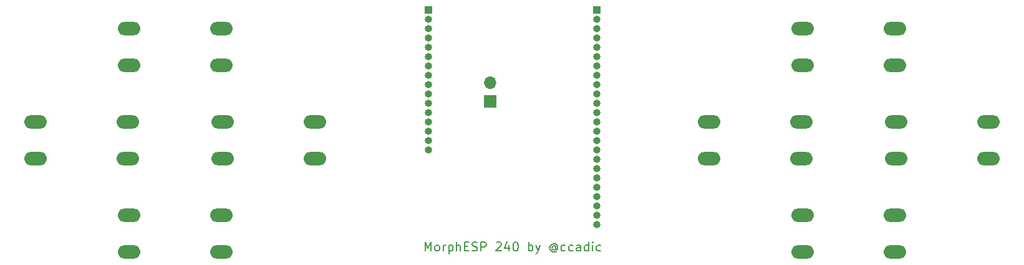
<source format=gbr>
%TF.GenerationSoftware,KiCad,Pcbnew,(5.1.8)-1*%
%TF.CreationDate,2020-11-24T01:58:45+03:00*%
%TF.ProjectId,mesp240_gamepadshield,6d657370-3234-4305-9f67-616d65706164,rev?*%
%TF.SameCoordinates,Original*%
%TF.FileFunction,Soldermask,Top*%
%TF.FilePolarity,Negative*%
%FSLAX46Y46*%
G04 Gerber Fmt 4.6, Leading zero omitted, Abs format (unit mm)*
G04 Created by KiCad (PCBNEW (5.1.8)-1) date 2020-11-24 01:58:45*
%MOMM*%
%LPD*%
G01*
G04 APERTURE LIST*
%ADD10C,0.200000*%
%ADD11O,3.048000X1.850000*%
%ADD12O,1.700000X1.700000*%
%ADD13R,1.700000X1.700000*%
%ADD14O,1.000000X1.000000*%
%ADD15R,1.000000X1.000000*%
G04 APERTURE END LIST*
D10*
X129084285Y-121700857D02*
X129084285Y-120500857D01*
X129484285Y-121358000D01*
X129884285Y-120500857D01*
X129884285Y-121700857D01*
X130627142Y-121700857D02*
X130512857Y-121643714D01*
X130455714Y-121586571D01*
X130398571Y-121472285D01*
X130398571Y-121129428D01*
X130455714Y-121015142D01*
X130512857Y-120958000D01*
X130627142Y-120900857D01*
X130798571Y-120900857D01*
X130912857Y-120958000D01*
X130970000Y-121015142D01*
X131027142Y-121129428D01*
X131027142Y-121472285D01*
X130970000Y-121586571D01*
X130912857Y-121643714D01*
X130798571Y-121700857D01*
X130627142Y-121700857D01*
X131541428Y-121700857D02*
X131541428Y-120900857D01*
X131541428Y-121129428D02*
X131598571Y-121015142D01*
X131655714Y-120958000D01*
X131770000Y-120900857D01*
X131884285Y-120900857D01*
X132284285Y-120900857D02*
X132284285Y-122100857D01*
X132284285Y-120958000D02*
X132398571Y-120900857D01*
X132627142Y-120900857D01*
X132741428Y-120958000D01*
X132798571Y-121015142D01*
X132855714Y-121129428D01*
X132855714Y-121472285D01*
X132798571Y-121586571D01*
X132741428Y-121643714D01*
X132627142Y-121700857D01*
X132398571Y-121700857D01*
X132284285Y-121643714D01*
X133370000Y-121700857D02*
X133370000Y-120500857D01*
X133884285Y-121700857D02*
X133884285Y-121072285D01*
X133827142Y-120958000D01*
X133712857Y-120900857D01*
X133541428Y-120900857D01*
X133427142Y-120958000D01*
X133370000Y-121015142D01*
X134455714Y-121072285D02*
X134855714Y-121072285D01*
X135027142Y-121700857D02*
X134455714Y-121700857D01*
X134455714Y-120500857D01*
X135027142Y-120500857D01*
X135484285Y-121643714D02*
X135655714Y-121700857D01*
X135941428Y-121700857D01*
X136055714Y-121643714D01*
X136112857Y-121586571D01*
X136170000Y-121472285D01*
X136170000Y-121358000D01*
X136112857Y-121243714D01*
X136055714Y-121186571D01*
X135941428Y-121129428D01*
X135712857Y-121072285D01*
X135598571Y-121015142D01*
X135541428Y-120958000D01*
X135484285Y-120843714D01*
X135484285Y-120729428D01*
X135541428Y-120615142D01*
X135598571Y-120558000D01*
X135712857Y-120500857D01*
X135998571Y-120500857D01*
X136170000Y-120558000D01*
X136684285Y-121700857D02*
X136684285Y-120500857D01*
X137141428Y-120500857D01*
X137255714Y-120558000D01*
X137312857Y-120615142D01*
X137370000Y-120729428D01*
X137370000Y-120900857D01*
X137312857Y-121015142D01*
X137255714Y-121072285D01*
X137141428Y-121129428D01*
X136684285Y-121129428D01*
X138741428Y-120615142D02*
X138798571Y-120558000D01*
X138912857Y-120500857D01*
X139198571Y-120500857D01*
X139312857Y-120558000D01*
X139370000Y-120615142D01*
X139427142Y-120729428D01*
X139427142Y-120843714D01*
X139370000Y-121015142D01*
X138684285Y-121700857D01*
X139427142Y-121700857D01*
X140455714Y-120900857D02*
X140455714Y-121700857D01*
X140170000Y-120443714D02*
X139884285Y-121300857D01*
X140627142Y-121300857D01*
X141312857Y-120500857D02*
X141427142Y-120500857D01*
X141541428Y-120558000D01*
X141598571Y-120615142D01*
X141655714Y-120729428D01*
X141712857Y-120958000D01*
X141712857Y-121243714D01*
X141655714Y-121472285D01*
X141598571Y-121586571D01*
X141541428Y-121643714D01*
X141427142Y-121700857D01*
X141312857Y-121700857D01*
X141198571Y-121643714D01*
X141141428Y-121586571D01*
X141084285Y-121472285D01*
X141027142Y-121243714D01*
X141027142Y-120958000D01*
X141084285Y-120729428D01*
X141141428Y-120615142D01*
X141198571Y-120558000D01*
X141312857Y-120500857D01*
X143141428Y-121700857D02*
X143141428Y-120500857D01*
X143141428Y-120958000D02*
X143255714Y-120900857D01*
X143484285Y-120900857D01*
X143598571Y-120958000D01*
X143655714Y-121015142D01*
X143712857Y-121129428D01*
X143712857Y-121472285D01*
X143655714Y-121586571D01*
X143598571Y-121643714D01*
X143484285Y-121700857D01*
X143255714Y-121700857D01*
X143141428Y-121643714D01*
X144112857Y-120900857D02*
X144398571Y-121700857D01*
X144684285Y-120900857D02*
X144398571Y-121700857D01*
X144284285Y-121986571D01*
X144227142Y-122043714D01*
X144112857Y-122100857D01*
X146798571Y-121129428D02*
X146741428Y-121072285D01*
X146627142Y-121015142D01*
X146512857Y-121015142D01*
X146398571Y-121072285D01*
X146341428Y-121129428D01*
X146284285Y-121243714D01*
X146284285Y-121358000D01*
X146341428Y-121472285D01*
X146398571Y-121529428D01*
X146512857Y-121586571D01*
X146627142Y-121586571D01*
X146741428Y-121529428D01*
X146798571Y-121472285D01*
X146798571Y-121015142D02*
X146798571Y-121472285D01*
X146855714Y-121529428D01*
X146912857Y-121529428D01*
X147027142Y-121472285D01*
X147084285Y-121358000D01*
X147084285Y-121072285D01*
X146970000Y-120900857D01*
X146798571Y-120786571D01*
X146570000Y-120729428D01*
X146341428Y-120786571D01*
X146170000Y-120900857D01*
X146055714Y-121072285D01*
X145998571Y-121300857D01*
X146055714Y-121529428D01*
X146170000Y-121700857D01*
X146341428Y-121815142D01*
X146570000Y-121872285D01*
X146798571Y-121815142D01*
X146970000Y-121700857D01*
X148112857Y-121643714D02*
X147998571Y-121700857D01*
X147770000Y-121700857D01*
X147655714Y-121643714D01*
X147598571Y-121586571D01*
X147541428Y-121472285D01*
X147541428Y-121129428D01*
X147598571Y-121015142D01*
X147655714Y-120958000D01*
X147770000Y-120900857D01*
X147998571Y-120900857D01*
X148112857Y-120958000D01*
X149141428Y-121643714D02*
X149027142Y-121700857D01*
X148798571Y-121700857D01*
X148684285Y-121643714D01*
X148627142Y-121586571D01*
X148570000Y-121472285D01*
X148570000Y-121129428D01*
X148627142Y-121015142D01*
X148684285Y-120958000D01*
X148798571Y-120900857D01*
X149027142Y-120900857D01*
X149141428Y-120958000D01*
X150170000Y-121700857D02*
X150170000Y-121072285D01*
X150112857Y-120958000D01*
X149998571Y-120900857D01*
X149770000Y-120900857D01*
X149655714Y-120958000D01*
X150170000Y-121643714D02*
X150055714Y-121700857D01*
X149770000Y-121700857D01*
X149655714Y-121643714D01*
X149598571Y-121529428D01*
X149598571Y-121415142D01*
X149655714Y-121300857D01*
X149770000Y-121243714D01*
X150055714Y-121243714D01*
X150170000Y-121186571D01*
X151255714Y-121700857D02*
X151255714Y-120500857D01*
X151255714Y-121643714D02*
X151141428Y-121700857D01*
X150912857Y-121700857D01*
X150798571Y-121643714D01*
X150741428Y-121586571D01*
X150684285Y-121472285D01*
X150684285Y-121129428D01*
X150741428Y-121015142D01*
X150798571Y-120958000D01*
X150912857Y-120900857D01*
X151141428Y-120900857D01*
X151255714Y-120958000D01*
X151827142Y-121700857D02*
X151827142Y-120900857D01*
X151827142Y-120500857D02*
X151770000Y-120558000D01*
X151827142Y-120615142D01*
X151884285Y-120558000D01*
X151827142Y-120500857D01*
X151827142Y-120615142D01*
X152912857Y-121643714D02*
X152798571Y-121700857D01*
X152570000Y-121700857D01*
X152455714Y-121643714D01*
X152398571Y-121586571D01*
X152341428Y-121472285D01*
X152341428Y-121129428D01*
X152398571Y-121015142D01*
X152455714Y-120958000D01*
X152570000Y-120900857D01*
X152798571Y-120900857D01*
X152912857Y-120958000D01*
D11*
%TO.C,SW8*%
X180340000Y-121840000D03*
X180340000Y-116840000D03*
X192840000Y-121840000D03*
X192840000Y-116840000D03*
%TD*%
%TO.C,SW7*%
X180340000Y-96440000D03*
X180340000Y-91440000D03*
X192840000Y-96440000D03*
X192840000Y-91440000D03*
%TD*%
%TO.C,SW6*%
X167640000Y-109140000D03*
X167640000Y-104140000D03*
X180140000Y-109140000D03*
X180140000Y-104140000D03*
%TD*%
%TO.C,SW5*%
X193040000Y-109140000D03*
X193040000Y-104140000D03*
X205540000Y-109140000D03*
X205540000Y-104140000D03*
%TD*%
%TO.C,SW4*%
X88900000Y-96440000D03*
X88900000Y-91440000D03*
X101400000Y-96440000D03*
X101400000Y-91440000D03*
%TD*%
%TO.C,SW3*%
X101600000Y-109140000D03*
X101600000Y-104140000D03*
X114100000Y-109140000D03*
X114100000Y-104140000D03*
%TD*%
%TO.C,SW2*%
X76200000Y-109140000D03*
X76200000Y-104140000D03*
X88700000Y-109140000D03*
X88700000Y-104140000D03*
%TD*%
%TO.C,SW1*%
X88900000Y-121840000D03*
X88900000Y-116840000D03*
X101400000Y-121840000D03*
X101400000Y-116840000D03*
%TD*%
D12*
%TO.C,J3*%
X137922000Y-98806000D03*
D13*
X137922000Y-101346000D03*
%TD*%
D14*
%TO.C,J2*%
X152400000Y-118110000D03*
X152400000Y-116840000D03*
X152400000Y-115570000D03*
X152400000Y-114300000D03*
X152400000Y-113030000D03*
X152400000Y-111760000D03*
X152400000Y-110490000D03*
X152400000Y-109220000D03*
X152400000Y-107950000D03*
X152400000Y-106680000D03*
X152400000Y-105410000D03*
X152400000Y-104140000D03*
X152400000Y-102870000D03*
X152400000Y-101600000D03*
X152400000Y-100330000D03*
X152400000Y-99060000D03*
X152400000Y-97790000D03*
X152400000Y-96520000D03*
X152400000Y-95250000D03*
X152400000Y-93980000D03*
X152400000Y-92710000D03*
X152400000Y-91440000D03*
X152400000Y-90170000D03*
D15*
X152400000Y-88900000D03*
%TD*%
D14*
%TO.C,J1*%
X129540000Y-107950000D03*
X129540000Y-106680000D03*
X129540000Y-105410000D03*
X129540000Y-104140000D03*
X129540000Y-102870000D03*
X129540000Y-101600000D03*
X129540000Y-100330000D03*
X129540000Y-99060000D03*
X129540000Y-97790000D03*
X129540000Y-96520000D03*
X129540000Y-95250000D03*
X129540000Y-93980000D03*
X129540000Y-92710000D03*
X129540000Y-91440000D03*
X129540000Y-90170000D03*
D15*
X129540000Y-88900000D03*
%TD*%
M02*

</source>
